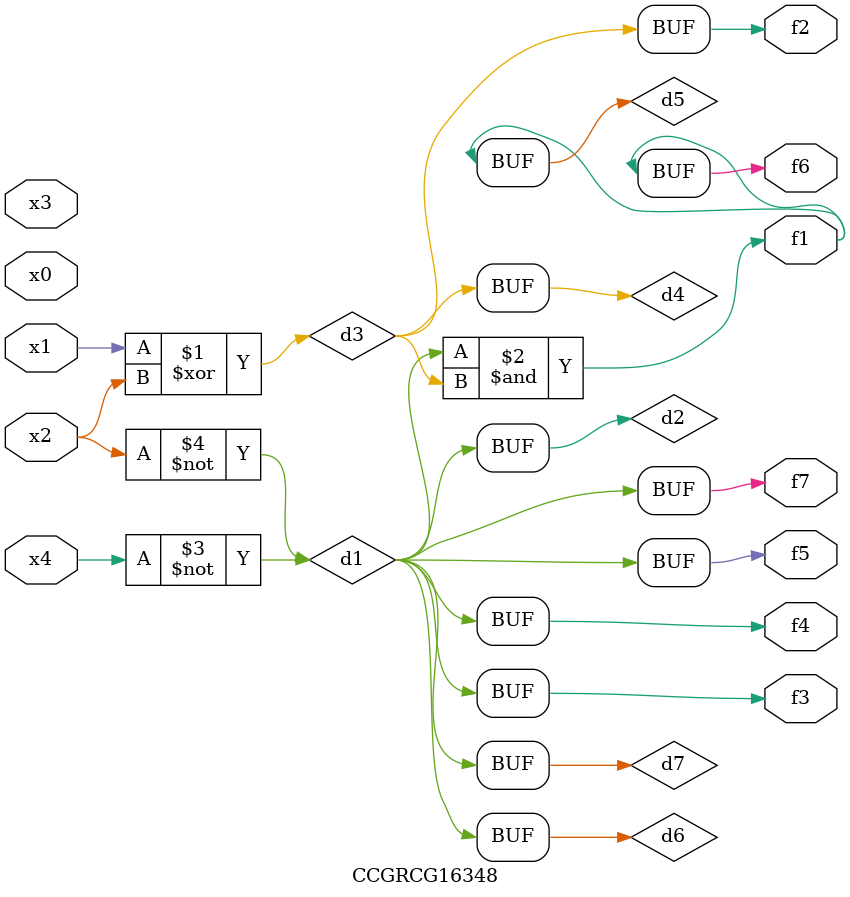
<source format=v>
module CCGRCG16348(
	input x0, x1, x2, x3, x4,
	output f1, f2, f3, f4, f5, f6, f7
);

	wire d1, d2, d3, d4, d5, d6, d7;

	not (d1, x4);
	not (d2, x2);
	xor (d3, x1, x2);
	buf (d4, d3);
	and (d5, d1, d3);
	buf (d6, d1, d2);
	buf (d7, d2);
	assign f1 = d5;
	assign f2 = d4;
	assign f3 = d7;
	assign f4 = d7;
	assign f5 = d7;
	assign f6 = d5;
	assign f7 = d7;
endmodule

</source>
